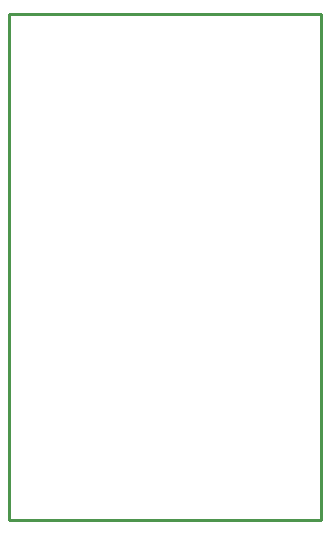
<source format=gbr>
G04 EAGLE Gerber X2 export*
%TF.Part,Single*%
%TF.FileFunction,Profile,NP*%
%TF.FilePolarity,Positive*%
%TF.GenerationSoftware,Autodesk,EAGLE,9.7.0*%
%TF.CreationDate,2022-05-08T16:05:26Z*%
G75*
%MOMM*%
%FSLAX46Y46*%
%LPD*%
%IN*%
%AMOC8*
5,1,8,0,0,1.08239X$1,22.5*%
G01*
G04 Define Apertures*
%ADD10C,0.254000*%
D10*
X17400Y12700D02*
X26437400Y12700D01*
X26437400Y42862700D01*
X17400Y42862700D01*
X17400Y12700D01*
M02*

</source>
